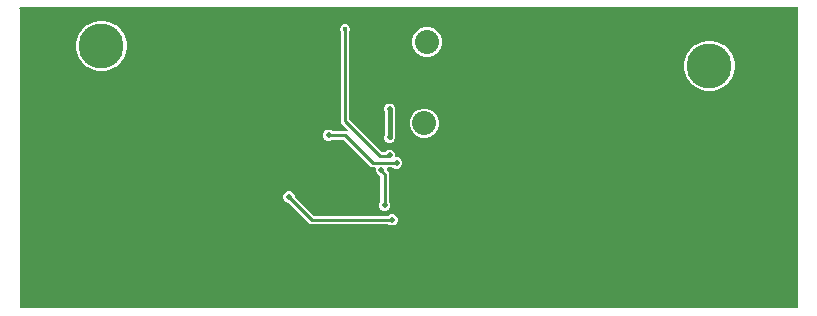
<source format=gbl>
G04*
G04 #@! TF.GenerationSoftware,Altium Limited,Altium Designer,23.0.1 (38)*
G04*
G04 Layer_Physical_Order=4*
G04 Layer_Color=16711680*
%FSLAX44Y44*%
%MOMM*%
G71*
G04*
G04 #@! TF.SameCoordinates,61B169D7-A8E7-49CF-968D-BC901533A6F8*
G04*
G04*
G04 #@! TF.FilePolarity,Positive*
G04*
G01*
G75*
%ADD11C,0.3810*%
%ADD17C,0.2540*%
%ADD46C,3.8100*%
%ADD47C,2.0320*%
%ADD48C,0.6350*%
%ADD49C,0.5080*%
%ADD50C,1.2700*%
%ADD51C,0.3810*%
G36*
X662752Y1443D02*
X661741Y432D01*
X3626D01*
Y254254D01*
X3578Y254495D01*
X4620Y255765D01*
X662752D01*
Y1443D01*
D02*
G37*
%LPC*%
G36*
X350180Y238440D02*
X346903D01*
X343737Y237592D01*
X340899Y235953D01*
X338582Y233636D01*
X336944Y230798D01*
X336095Y227633D01*
Y224355D01*
X336944Y221190D01*
X338582Y218352D01*
X340899Y216035D01*
X343737Y214396D01*
X346903Y213548D01*
X350180D01*
X353345Y214396D01*
X356183Y216035D01*
X358501Y218352D01*
X360139Y221190D01*
X360987Y224355D01*
Y227633D01*
X360139Y230798D01*
X358501Y233636D01*
X356183Y235953D01*
X353345Y237592D01*
X350180Y238440D01*
D02*
G37*
G36*
X75101Y244015D02*
X70898D01*
X66776Y243195D01*
X62893Y241587D01*
X59399Y239252D01*
X56427Y236280D01*
X54092Y232786D01*
X52484Y228903D01*
X51664Y224781D01*
Y220578D01*
X52484Y216456D01*
X54092Y212573D01*
X56427Y209078D01*
X59399Y206106D01*
X62893Y203772D01*
X66776Y202163D01*
X70898Y201343D01*
X75101D01*
X79223Y202163D01*
X83106Y203772D01*
X86601Y206106D01*
X89572Y209078D01*
X91907Y212573D01*
X93516Y216456D01*
X94336Y220578D01*
Y224781D01*
X93516Y228903D01*
X91907Y232786D01*
X89572Y236280D01*
X86601Y239252D01*
X83106Y241587D01*
X79223Y243195D01*
X75101Y244015D01*
D02*
G37*
G36*
X589888Y227122D02*
X585685D01*
X581563Y226302D01*
X577680Y224693D01*
X574186Y222358D01*
X571214Y219387D01*
X568879Y215892D01*
X567270Y212009D01*
X566451Y207887D01*
Y203684D01*
X567270Y199562D01*
X568879Y195679D01*
X571214Y192185D01*
X574186Y189213D01*
X577680Y186878D01*
X581563Y185270D01*
X585685Y184450D01*
X589888D01*
X594010Y185270D01*
X597893Y186878D01*
X601387Y189213D01*
X604359Y192185D01*
X606694Y195679D01*
X608302Y199562D01*
X609123Y203684D01*
Y207887D01*
X608302Y212009D01*
X606694Y215892D01*
X604359Y219387D01*
X601387Y222358D01*
X597893Y224693D01*
X594010Y226302D01*
X589888Y227122D01*
D02*
G37*
G36*
X280090Y240919D02*
X278423D01*
X276882Y240281D01*
X275703Y239102D01*
X275065Y237562D01*
Y235894D01*
X275631Y234529D01*
Y158881D01*
X275630Y158881D01*
X275907Y157494D01*
X276693Y156317D01*
X281720Y151290D01*
X280910Y150303D01*
X280817Y150365D01*
X279430Y150641D01*
X279430Y150641D01*
X268460D01*
X267994Y151107D01*
X266220Y151842D01*
X264300D01*
X262527Y151107D01*
X261169Y149749D01*
X260434Y147976D01*
Y146056D01*
X261169Y144282D01*
X262527Y142924D01*
X264300Y142190D01*
X266220D01*
X267994Y142924D01*
X268460Y143390D01*
X277928D01*
X300055Y121264D01*
X300055Y121264D01*
X301231Y120478D01*
X302618Y120202D01*
X304612D01*
X305318Y119146D01*
X305130Y118691D01*
Y116771D01*
X305864Y114998D01*
X307222Y113640D01*
X308996Y112905D01*
X309005D01*
X309056Y112855D01*
Y90872D01*
X308590Y90407D01*
X307856Y88633D01*
Y86713D01*
X308590Y84939D01*
X309948Y83582D01*
X311722Y82847D01*
X313642D01*
X315415Y83582D01*
X316773Y84939D01*
X317508Y86713D01*
Y88633D01*
X316773Y90407D01*
X316307Y90872D01*
Y114356D01*
X316307Y114356D01*
X316031Y115744D01*
X315245Y116920D01*
X315245Y116920D01*
X314781Y117384D01*
Y118691D01*
X314593Y119146D01*
X315299Y120202D01*
X319265D01*
X320065Y119401D01*
X321839Y118666D01*
X323759D01*
X325533Y119401D01*
X326890Y120759D01*
X327625Y122532D01*
Y124452D01*
X326890Y126226D01*
X325533Y127584D01*
X323759Y128318D01*
X322834D01*
X321790Y129010D01*
X321755Y129492D01*
Y130952D01*
X321020Y132726D01*
X319663Y134084D01*
X317889Y134818D01*
X315969D01*
X314195Y134084D01*
X313244Y133132D01*
X310133D01*
X282882Y160383D01*
Y234529D01*
X283447Y235894D01*
Y237562D01*
X282809Y239102D01*
X281630Y240281D01*
X280090Y240919D01*
D02*
G37*
G36*
X347968Y169697D02*
X344690D01*
X341525Y168849D01*
X338687Y167211D01*
X336370Y164893D01*
X334731Y162055D01*
X333883Y158890D01*
Y155613D01*
X334731Y152447D01*
X336370Y149609D01*
X338687Y147292D01*
X341525Y145654D01*
X344690Y144805D01*
X347968D01*
X351133Y145654D01*
X353971Y147292D01*
X356288Y149609D01*
X357927Y152447D01*
X358775Y155613D01*
Y158890D01*
X357927Y162055D01*
X356288Y164893D01*
X353971Y167211D01*
X351133Y168849D01*
X347968Y169697D01*
D02*
G37*
G36*
X317889Y173936D02*
X315969D01*
X314195Y173201D01*
X312838Y171844D01*
X312103Y170070D01*
Y168150D01*
X312656Y166815D01*
Y147656D01*
X312103Y146321D01*
Y144401D01*
X312838Y142628D01*
X314195Y141270D01*
X315969Y140535D01*
X317889D01*
X319663Y141270D01*
X321020Y142628D01*
X321755Y144401D01*
Y146321D01*
X321202Y147656D01*
Y166815D01*
X321755Y168150D01*
Y170070D01*
X321020Y171844D01*
X319663Y173201D01*
X317889Y173936D01*
D02*
G37*
G36*
X232731Y99567D02*
X230811D01*
X229038Y98833D01*
X227680Y97475D01*
X226945Y95702D01*
Y93782D01*
X227680Y92008D01*
X229038Y90650D01*
X230811Y89916D01*
X231470D01*
X248448Y72938D01*
X248448Y72938D01*
X249624Y72152D01*
X251011Y71876D01*
X251012Y71876D01*
X315885D01*
X316351Y71410D01*
X318125Y70676D01*
X320044D01*
X321818Y71410D01*
X323176Y72768D01*
X323910Y74542D01*
Y76461D01*
X323176Y78235D01*
X321818Y79593D01*
X320044Y80328D01*
X318125D01*
X316351Y79593D01*
X315885Y79127D01*
X252513D01*
X236597Y95043D01*
Y95702D01*
X235863Y97475D01*
X234505Y98833D01*
X232731Y99567D01*
D02*
G37*
%LPD*%
D11*
X316929Y145361D02*
Y169110D01*
D17*
X251011Y75501D02*
X319084D01*
X231771Y94741D02*
X251011Y75501D01*
X279256Y158881D02*
Y236728D01*
Y158881D02*
X308631Y129506D01*
X265260Y147016D02*
X279430D01*
X302618Y123827D01*
X322464D01*
X322799Y123492D01*
X308631Y129506D02*
X316443D01*
X316929Y129992D01*
X309956Y117083D02*
X312682Y114356D01*
X309956Y117083D02*
Y117731D01*
X312682Y87610D02*
Y114356D01*
D46*
X73000Y222679D02*
D03*
X589008Y44920D02*
D03*
X587786Y205786D02*
D03*
X76774Y42311D02*
D03*
D47*
X346329Y157251D02*
D03*
X348541Y225994D02*
D03*
D48*
X264664Y99793D02*
D03*
D49*
X231771Y94741D02*
D03*
X316929Y169110D02*
D03*
Y145361D02*
D03*
X319084Y75501D02*
D03*
X265260Y147016D02*
D03*
X316929Y129992D02*
D03*
X309956Y117731D02*
D03*
X322799Y123492D02*
D03*
X312682Y87673D02*
D03*
D50*
X463273Y110069D02*
D03*
X512458D02*
D03*
X537050D02*
D03*
X487865D02*
D03*
X651358Y99370D02*
D03*
Y25593D02*
D03*
Y74778D02*
D03*
Y50185D02*
D03*
Y123962D02*
D03*
X18585Y109418D02*
D03*
Y134010D02*
D03*
Y11049D02*
D03*
Y60234D02*
D03*
Y35641D02*
D03*
Y84826D02*
D03*
X231148Y236728D02*
D03*
D51*
X279256D02*
D03*
M02*

</source>
